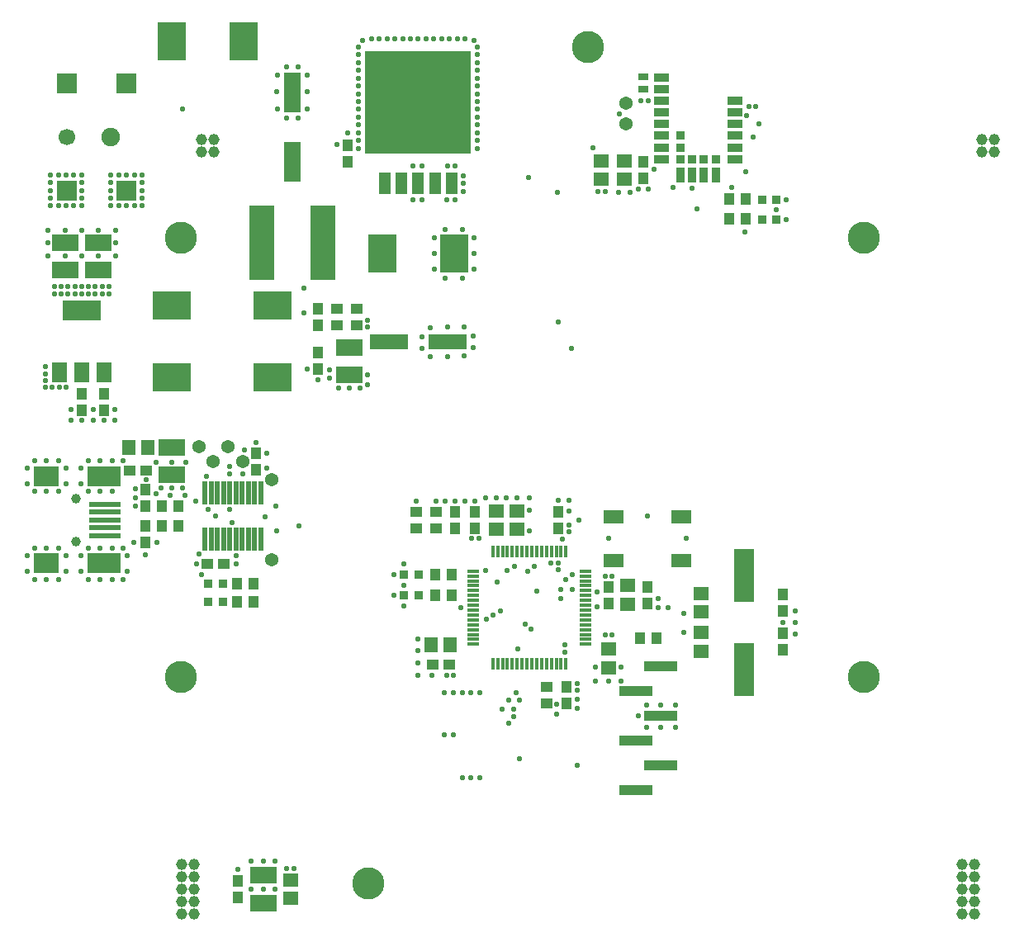
<source format=gts>
G04 EAGLE Gerber RS-274X export*
G75*
%MOMM*%
%FSLAX34Y34*%
%LPD*%
%INSoldermask Top*%
%IPPOS*%
%AMOC8*
5,1,8,0,0,1.08239X$1,22.5*%
G01*
%ADD10R,1.300000X0.400000*%
%ADD11R,0.400000X1.300000*%
%ADD12R,1.200000X1.100000*%
%ADD13R,1.400000X1.600000*%
%ADD14R,1.600000X1.400000*%
%ADD15R,1.100000X1.200000*%
%ADD16R,2.030400X5.434000*%
%ADD17R,1.600000X2.100000*%
%ADD18R,3.900000X2.100000*%
%ADD19R,2.600000X2.100000*%
%ADD20R,3.400000X2.100000*%
%ADD21R,3.200000X0.600000*%
%ADD22C,1.000000*%
%ADD23R,2.800000X1.700000*%
%ADD24R,2.100000X1.400000*%
%ADD25R,2.100000X2.100000*%
%ADD26C,1.700000*%
%ADD27C,1.900000*%
%ADD28R,3.402000X1.116000*%
%ADD29R,0.900000X0.900000*%
%ADD30R,10.900000X10.510000*%
%ADD31R,1.166800X2.259000*%
%ADD32R,2.500000X7.600000*%
%ADD33R,3.900000X1.500000*%
%ADD34R,2.900000X3.900000*%
%ADD35R,1.700000X4.100000*%
%ADD36R,3.900000X2.900000*%
%ADD37R,0.500000X2.350000*%
%ADD38R,1.600000X0.900000*%
%ADD39R,0.900000X1.600000*%
%ADD40R,1.000000X0.800000*%
%ADD41C,1.370000*%
%ADD42C,1.150000*%
%ADD43C,3.300000*%
%ADD44C,0.550000*%


D10*
X587500Y291500D03*
X587500Y296500D03*
X587500Y301500D03*
X587500Y306500D03*
X587500Y311500D03*
X587500Y316500D03*
X587500Y321500D03*
X587500Y326500D03*
X587500Y331500D03*
X587500Y336500D03*
X587500Y341500D03*
X587500Y346500D03*
X587500Y351500D03*
X587500Y356500D03*
X587500Y361500D03*
X587500Y366500D03*
D11*
X567500Y386500D03*
X562500Y386500D03*
X557500Y386500D03*
X552500Y386500D03*
X547500Y386500D03*
X542500Y386500D03*
X537500Y386500D03*
X532500Y386500D03*
X527500Y386500D03*
X522500Y386500D03*
X517500Y386500D03*
X512500Y386500D03*
X507500Y386500D03*
X502500Y386500D03*
X497500Y386500D03*
X492500Y386500D03*
D10*
X472500Y366500D03*
X472500Y361500D03*
X472500Y356500D03*
X472500Y351500D03*
X472500Y346500D03*
X472500Y341500D03*
X472500Y336500D03*
X472500Y331500D03*
X472500Y326500D03*
X472500Y321500D03*
X472500Y316500D03*
X472500Y311500D03*
X472500Y306500D03*
X472500Y301500D03*
X472500Y296500D03*
X472500Y291500D03*
D11*
X492500Y271500D03*
X497500Y271500D03*
X502500Y271500D03*
X507500Y271500D03*
X512500Y271500D03*
X517500Y271500D03*
X522500Y271500D03*
X527500Y271500D03*
X532500Y271500D03*
X537500Y271500D03*
X542500Y271500D03*
X547500Y271500D03*
X552500Y271500D03*
X557500Y271500D03*
X562500Y271500D03*
X567500Y271500D03*
D12*
X447500Y271000D03*
X430500Y271000D03*
D13*
X448500Y291000D03*
X429500Y291000D03*
D14*
X706000Y284500D03*
X706000Y303500D03*
D15*
X611000Y350500D03*
X611000Y333500D03*
X560000Y410500D03*
X560000Y427500D03*
X474000Y410500D03*
X474000Y427500D03*
D14*
X706000Y343500D03*
X706000Y324500D03*
D15*
X790000Y285500D03*
X790000Y302500D03*
X568000Y247500D03*
X568000Y230500D03*
D14*
X496000Y428500D03*
X496000Y409500D03*
X517000Y409500D03*
X517000Y428500D03*
D15*
X790000Y342500D03*
X790000Y325500D03*
D16*
X750000Y265740D03*
X750000Y362260D03*
D15*
X651000Y350500D03*
X651000Y333500D03*
D12*
X548000Y230500D03*
X548000Y247500D03*
D14*
X611000Y286500D03*
X611000Y267500D03*
D17*
X48000Y570500D03*
X71000Y570500D03*
X94000Y570500D03*
D18*
X71000Y633500D03*
D19*
X35000Y374500D03*
X35000Y463500D03*
D20*
X94000Y374500D03*
X94000Y463500D03*
D21*
X95000Y435000D03*
X95000Y427000D03*
X95000Y419000D03*
X95000Y411000D03*
X95000Y403000D03*
D22*
X65000Y441000D03*
X65000Y397000D03*
D23*
X163000Y493000D03*
X163000Y465000D03*
X54000Y675000D03*
X54000Y703000D03*
X88000Y675000D03*
X88000Y703000D03*
D15*
X71000Y548500D03*
X71000Y531500D03*
X94000Y548500D03*
X94000Y531500D03*
D13*
X138500Y493000D03*
X119500Y493000D03*
D24*
X616000Y422500D03*
X686000Y422500D03*
X616000Y377500D03*
X686000Y377500D03*
D25*
X55500Y867000D03*
X117000Y867000D03*
X55500Y757000D03*
X117000Y757000D03*
D26*
X55500Y812000D03*
D27*
X100500Y812000D03*
D28*
X664700Y268700D03*
X639300Y243300D03*
X664700Y217900D03*
X639300Y192500D03*
X664700Y167100D03*
X639300Y141700D03*
D15*
X643500Y298000D03*
X660500Y298000D03*
D29*
X401500Y363000D03*
X416500Y363000D03*
X401500Y342000D03*
X416500Y342000D03*
D15*
X433500Y342000D03*
X450500Y342000D03*
X433500Y363000D03*
X450500Y363000D03*
D30*
X416000Y847400D03*
D31*
X381964Y764088D03*
X398982Y764088D03*
X416000Y764088D03*
X433018Y764088D03*
X450036Y764088D03*
D32*
X318000Y703000D03*
X256000Y703000D03*
D15*
X313000Y618500D03*
X313000Y635500D03*
D12*
X353000Y618500D03*
X353000Y635500D03*
X333000Y635500D03*
X333000Y618500D03*
D33*
X446000Y602000D03*
X386000Y602000D03*
D15*
X313000Y590500D03*
X313000Y573500D03*
D34*
X379000Y692000D03*
X453000Y692000D03*
D23*
X345000Y596000D03*
X345000Y568000D03*
D35*
X287000Y857500D03*
X287000Y786500D03*
D15*
X344000Y786500D03*
X344000Y803500D03*
D34*
X237000Y910000D03*
X163000Y910000D03*
D36*
X267000Y565000D03*
X267000Y639000D03*
X163000Y639000D03*
X163000Y565000D03*
D15*
X153500Y433000D03*
X170500Y433000D03*
X153500Y413000D03*
X170500Y413000D03*
X136000Y433500D03*
X136000Y450500D03*
X136000Y412500D03*
X136000Y395500D03*
D12*
X120500Y470000D03*
X137500Y470000D03*
D37*
X254575Y446750D03*
X248225Y446750D03*
X241875Y446750D03*
X235525Y446750D03*
X229175Y446750D03*
X222825Y446750D03*
X216475Y446750D03*
X210125Y446750D03*
X203775Y446750D03*
X197425Y446750D03*
X197425Y399250D03*
X203775Y399250D03*
X210125Y399250D03*
X216475Y399250D03*
X222825Y399250D03*
X229175Y399250D03*
X235525Y399250D03*
X241875Y399250D03*
X248225Y399250D03*
X254575Y399250D03*
D15*
X250000Y470500D03*
X250000Y487500D03*
D12*
X216500Y374000D03*
X199500Y374000D03*
D29*
X215500Y335000D03*
X200500Y335000D03*
X215500Y354000D03*
X200500Y354000D03*
D15*
X247500Y335000D03*
X230500Y335000D03*
X247500Y354000D03*
X230500Y354000D03*
D38*
X665500Y861000D03*
X665500Y849000D03*
X665500Y837000D03*
X665500Y825000D03*
X665500Y813000D03*
X665500Y801000D03*
X665500Y789000D03*
D39*
X685000Y772500D03*
X697000Y772500D03*
X709000Y772500D03*
X721000Y772500D03*
D38*
X740500Y789000D03*
X740500Y801000D03*
X740500Y813000D03*
X740500Y825000D03*
X740500Y837000D03*
X740500Y849000D03*
X665500Y873000D03*
D29*
X721000Y789000D03*
X709000Y789000D03*
X697000Y789000D03*
X685000Y789000D03*
X685000Y801000D03*
X685000Y813000D03*
D40*
X647000Y873500D03*
X647000Y860500D03*
D29*
X783500Y727000D03*
X768500Y727000D03*
X783500Y747000D03*
X768500Y747000D03*
D15*
X734500Y728000D03*
X751500Y728000D03*
X734500Y748000D03*
X751500Y748000D03*
D14*
X604000Y787500D03*
X604000Y768500D03*
D15*
X647000Y786500D03*
X647000Y769500D03*
D14*
X627000Y787500D03*
X627000Y768500D03*
D41*
X266000Y460000D03*
X221000Y494000D03*
X206000Y479000D03*
X236000Y479000D03*
X191000Y494000D03*
X266000Y378000D03*
X629000Y825000D03*
X629000Y846000D03*
D42*
X193650Y809350D03*
X193650Y796650D03*
X206350Y796650D03*
X206350Y809350D03*
X993650Y809350D03*
X993650Y796650D03*
X1006350Y796650D03*
X1006350Y809350D03*
D23*
X257000Y26300D03*
X257000Y54300D03*
D15*
X231000Y31800D03*
X231000Y48800D03*
D14*
X285000Y49800D03*
X285000Y30800D03*
D12*
X414000Y410500D03*
X414000Y427500D03*
X434000Y427500D03*
X434000Y410500D03*
D14*
X631000Y351500D03*
X631000Y332500D03*
D15*
X454000Y410500D03*
X454000Y427500D03*
D43*
X173000Y708000D03*
X173000Y258000D03*
X873000Y258000D03*
X873000Y708000D03*
D42*
X986350Y65700D03*
X973650Y65700D03*
X973650Y53000D03*
X986350Y53000D03*
X973650Y40300D03*
X986350Y40300D03*
X973650Y27600D03*
X986350Y27600D03*
X973650Y14900D03*
X986350Y14900D03*
X186350Y65700D03*
X173650Y65700D03*
X173650Y53000D03*
X186350Y53000D03*
X173650Y40300D03*
X186350Y40300D03*
X173650Y27600D03*
X186350Y27600D03*
X173650Y14900D03*
X186350Y14900D03*
D43*
X365000Y46000D03*
X590000Y904000D03*
D44*
X611000Y400000D03*
X691000Y400000D03*
X790000Y314000D03*
X564000Y399000D03*
X223000Y466000D03*
X229000Y382000D03*
X229000Y374000D03*
X223000Y474000D03*
X201000Y430000D03*
X208000Y423000D03*
X223000Y430000D03*
X652000Y849000D03*
X644000Y849000D03*
X755000Y843000D03*
X762000Y843000D03*
X621000Y755000D03*
X633000Y755000D03*
X642000Y758000D03*
X652000Y758000D03*
X39000Y757000D03*
X71000Y757000D03*
X55000Y741000D03*
X281000Y884000D03*
X293000Y884000D03*
X272000Y875000D03*
X302000Y875000D03*
X472000Y608000D03*
X472000Y596000D03*
X463000Y617000D03*
X463000Y587000D03*
X344000Y816000D03*
X355000Y800000D03*
X355000Y808000D03*
X355000Y816000D03*
X355000Y872000D03*
X355000Y880000D03*
X355000Y888000D03*
X355000Y896000D03*
X355000Y848000D03*
X355000Y856000D03*
X355000Y864000D03*
X355000Y824000D03*
X355000Y832000D03*
X355000Y840000D03*
X355000Y904000D03*
X359000Y911000D03*
X477000Y904000D03*
X473000Y911000D03*
X464000Y912000D03*
X456000Y912000D03*
X448000Y912000D03*
X392000Y912000D03*
X384000Y912000D03*
X376000Y912000D03*
X368000Y912000D03*
X416000Y912000D03*
X408000Y912000D03*
X400000Y912000D03*
X440000Y912000D03*
X432000Y912000D03*
X424000Y912000D03*
X477000Y800000D03*
X477000Y808000D03*
X477000Y816000D03*
X477000Y872000D03*
X477000Y880000D03*
X477000Y888000D03*
X477000Y896000D03*
X477000Y848000D03*
X477000Y856000D03*
X477000Y864000D03*
X477000Y824000D03*
X477000Y832000D03*
X477000Y840000D03*
X333000Y804000D03*
X411000Y747000D03*
X420000Y747000D03*
X411000Y782000D03*
X420000Y782000D03*
X446000Y782000D03*
X454000Y782000D03*
X445000Y747000D03*
X454000Y747000D03*
X462000Y756000D03*
X462000Y764000D03*
X462000Y772000D03*
X433000Y692000D03*
X433000Y708000D03*
X433000Y676000D03*
X444000Y717000D03*
X461000Y717000D03*
X473000Y692000D03*
X473000Y708000D03*
X473000Y676000D03*
X444000Y667000D03*
X461000Y667000D03*
X293000Y831000D03*
X281000Y831000D03*
X302000Y840000D03*
X272000Y840000D03*
X271000Y858000D03*
X302000Y858000D03*
X420000Y595000D03*
X420000Y607000D03*
X428000Y586000D03*
X428000Y616000D03*
X446000Y617000D03*
X446000Y586000D03*
X325000Y573000D03*
X325000Y564000D03*
X334000Y554000D03*
X345000Y554000D03*
X356000Y554000D03*
X364000Y568000D03*
X364000Y558000D03*
X313000Y563000D03*
X302000Y574000D03*
X364000Y617000D03*
X364000Y624000D03*
X71000Y690000D03*
X54000Y690000D03*
X88000Y690000D03*
X106000Y690000D03*
X36000Y690000D03*
X36000Y703000D03*
X106000Y703000D03*
X71000Y716000D03*
X54000Y716000D03*
X88000Y716000D03*
X106000Y716000D03*
X36000Y716000D03*
X34000Y576000D03*
X34000Y569000D03*
X34000Y562000D03*
X34000Y555000D03*
X48000Y555000D03*
X55000Y555000D03*
X41000Y555000D03*
X82500Y532000D03*
X71000Y521000D03*
X82500Y521000D03*
X94000Y521000D03*
X60000Y521000D03*
X60000Y532000D03*
X105000Y532000D03*
X105000Y521000D03*
X55000Y773000D03*
X47000Y741000D03*
X39000Y741000D03*
X39000Y749000D03*
X63000Y741000D03*
X71000Y741000D03*
X71000Y749000D03*
X39000Y765000D03*
X39000Y773000D03*
X47000Y773000D03*
X63000Y773000D03*
X71000Y773000D03*
X71000Y765000D03*
X101000Y757000D03*
X133000Y757000D03*
X117000Y741000D03*
X117000Y773000D03*
X109000Y741000D03*
X101000Y741000D03*
X101000Y749000D03*
X125000Y741000D03*
X133000Y741000D03*
X133000Y749000D03*
X101000Y765000D03*
X101000Y773000D03*
X109000Y773000D03*
X125000Y773000D03*
X133000Y773000D03*
X133000Y765000D03*
X299000Y631000D03*
X299000Y657000D03*
X35000Y358000D03*
X35000Y390000D03*
X23000Y358000D03*
X15000Y366000D03*
X47000Y358000D03*
X15000Y382000D03*
X23000Y390000D03*
X47000Y390000D03*
X55000Y366000D03*
X55000Y382000D03*
X35000Y448000D03*
X35000Y480000D03*
X23000Y448000D03*
X15000Y456000D03*
X47000Y448000D03*
X15000Y472000D03*
X23000Y480000D03*
X47000Y480000D03*
X55000Y456000D03*
X55000Y472000D03*
X90000Y448000D03*
X90000Y480000D03*
X78000Y448000D03*
X70000Y456000D03*
X102000Y448000D03*
X70000Y472000D03*
X78000Y480000D03*
X102000Y480000D03*
X113000Y480000D03*
X90000Y358000D03*
X90000Y390000D03*
X78000Y358000D03*
X70000Y366000D03*
X102000Y358000D03*
X70000Y382000D03*
X78000Y390000D03*
X102000Y390000D03*
X113000Y358000D03*
X113000Y390000D03*
X118000Y366000D03*
X118000Y382000D03*
X136000Y383000D03*
X148000Y396000D03*
X124000Y396000D03*
X147000Y446000D03*
X126000Y451000D03*
X126000Y442000D03*
X126000Y433000D03*
X137000Y460500D03*
X163000Y452000D03*
X174000Y452000D03*
X152000Y452000D03*
X162000Y444000D03*
X177000Y444000D03*
X163000Y478000D03*
X178000Y478000D03*
X147000Y478000D03*
X250000Y498000D03*
X238000Y491000D03*
X261000Y487000D03*
X261000Y472000D03*
X191000Y384000D03*
X189000Y374000D03*
X194000Y363000D03*
X574000Y348000D03*
X560000Y375000D03*
X558000Y230000D03*
X558000Y220000D03*
X401000Y352000D03*
X391000Y342000D03*
X401000Y331000D03*
X391000Y363000D03*
X401000Y374000D03*
X416000Y297000D03*
X416000Y285000D03*
X416000Y272000D03*
X430000Y260000D03*
X416000Y260000D03*
X579000Y235000D03*
X579000Y226000D03*
X650000Y229000D03*
X650000Y206000D03*
X642000Y218000D03*
X665000Y229000D03*
X680000Y229000D03*
X665000Y206000D03*
X680000Y206000D03*
X269000Y40300D03*
X257000Y40300D03*
X245000Y40300D03*
X231000Y60300D03*
X245000Y69300D03*
X257000Y69300D03*
X269000Y69300D03*
X803000Y326000D03*
X803000Y302000D03*
X803000Y314000D03*
X598000Y268000D03*
X611000Y254000D03*
X624000Y268000D03*
X624000Y254000D03*
X598000Y254000D03*
X566000Y283000D03*
X566000Y291000D03*
X560000Y368000D03*
X599000Y345000D03*
X599000Y330000D03*
X662000Y338000D03*
X662000Y329000D03*
X672000Y329000D03*
X651000Y423000D03*
X560000Y439000D03*
X571000Y428000D03*
X571000Y439000D03*
X530000Y429000D03*
X517000Y442000D03*
X496000Y442000D03*
X474000Y438000D03*
X454000Y438000D03*
X434000Y438000D03*
X444000Y438000D03*
X464000Y438000D03*
X485000Y442000D03*
X506500Y442000D03*
X530000Y442000D03*
X530000Y408000D03*
X793000Y747000D03*
X793000Y727000D03*
X783000Y737000D03*
X752000Y776000D03*
X737000Y760000D03*
X560000Y622000D03*
X559000Y755000D03*
X529000Y770000D03*
X622000Y835500D03*
X677000Y760000D03*
X573000Y595000D03*
X581000Y419000D03*
X751000Y714000D03*
X485000Y367000D03*
X497000Y355000D03*
X658000Y779000D03*
X579000Y167000D03*
X445000Y260000D03*
X43000Y658000D03*
X71000Y658000D03*
X64000Y658000D03*
X57000Y658000D03*
X50000Y658000D03*
X78000Y658000D03*
X85000Y658000D03*
X92000Y658000D03*
X99000Y658000D03*
X43000Y651000D03*
X71000Y651000D03*
X64000Y651000D03*
X57000Y651000D03*
X50000Y651000D03*
X78000Y651000D03*
X85000Y651000D03*
X92000Y651000D03*
X99000Y651000D03*
X452000Y260000D03*
X471000Y400000D03*
X478000Y400000D03*
X571000Y407000D03*
X571000Y414000D03*
X615000Y361000D03*
X608000Y361000D03*
X615000Y301000D03*
X608000Y301000D03*
X579000Y244000D03*
X579000Y251000D03*
X289000Y61300D03*
X281000Y61300D03*
X600000Y756000D03*
X608000Y756000D03*
X688000Y304000D03*
X688000Y323000D03*
X236000Y466000D03*
X270000Y433000D03*
X294000Y413000D03*
X259000Y422000D03*
X493000Y321000D03*
X470000Y242000D03*
X470000Y155000D03*
X538000Y346000D03*
X500000Y326000D03*
X479000Y242000D03*
X479000Y155000D03*
X486000Y317000D03*
X461000Y242000D03*
X461000Y155000D03*
X460000Y329000D03*
X697000Y759000D03*
X502000Y225000D03*
X509000Y234000D03*
X516000Y242000D03*
X514000Y217500D03*
X509000Y210750D03*
X532000Y307000D03*
X526000Y312000D03*
X562000Y338000D03*
X562000Y348000D03*
X567000Y358000D03*
X759000Y812000D03*
X574000Y363000D03*
X765000Y825000D03*
X552000Y375000D03*
X595000Y801000D03*
X702000Y738000D03*
X753000Y834000D03*
X535000Y371000D03*
X528000Y366000D03*
X515000Y371000D03*
X452000Y242000D03*
X452000Y199000D03*
X507000Y367000D03*
X443000Y242000D03*
X443000Y199000D03*
X414000Y438000D03*
X174000Y840000D03*
X199000Y464000D03*
X271000Y408000D03*
X188000Y438000D03*
X225000Y416000D03*
X514000Y225000D03*
X518000Y287000D03*
X520000Y234000D03*
X520000Y174000D03*
M02*

</source>
